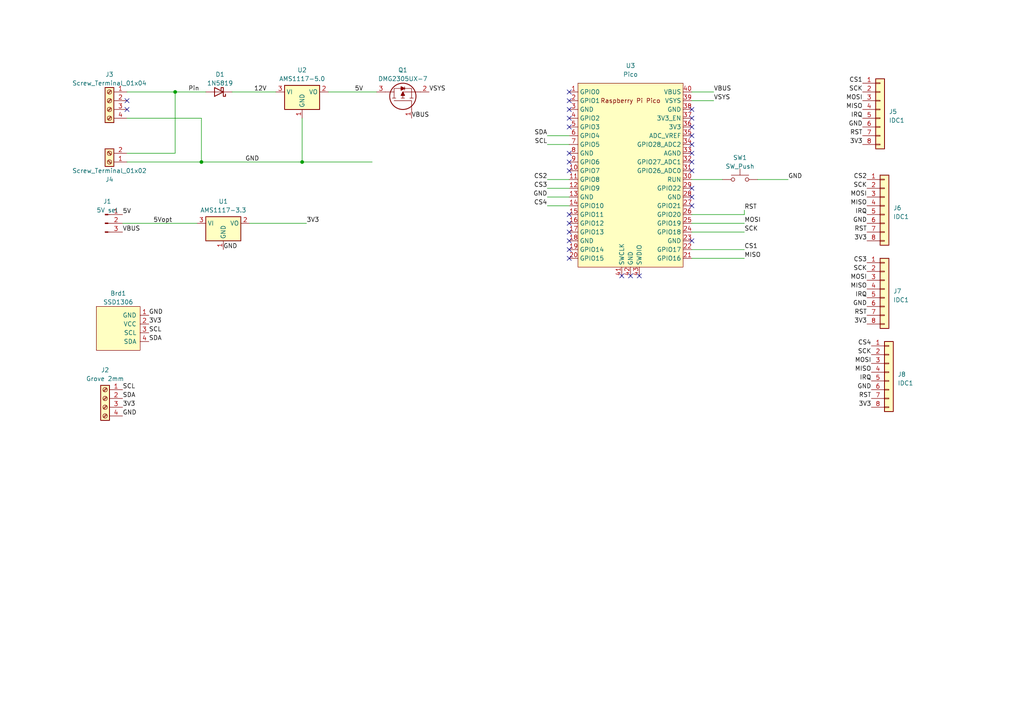
<source format=kicad_sch>
(kicad_sch (version 20230121) (generator eeschema)
  (paper "A4")
  (title_block (title "Pico Rfd 522 ") (date "2025-09-07") (rev "1."))
  (lib_symbols
    (symbol "Connector:Conn_01x03_Pin" (pin_names (offset 1.016) hide)
      (property "Reference" "J" (at 0 5.08 0))
      (property "Value" "Conn_01x03_Pin" (at 0 -5.08 0))
      (symbol "Conn_01x03_Pin_1_1"
        (polyline (pts (xy 1.27 -2.54) (xy 0.8636 -2.54)) (stroke (width 0.1524)))
        (polyline (pts (xy 1.27 0) (xy 0.8636 0)) (stroke (width 0.1524)))
        (polyline (pts (xy 1.27 2.54) (xy 0.8636 2.54)) (stroke (width 0.1524)))
        (rectangle (start 0.8636 -2.413) (end 0 -2.667) (stroke (width 0.1524)) (fill (type outline)))
        (rectangle (start 0.8636 0.127) (end 0 -0.127) (stroke (width 0.1524)) (fill (type outline)))
        (rectangle (start 0.8636 2.667) (end 0 2.413) (stroke (width 0.1524)) (fill (type outline)))
        (pin passive line (at 5.08 2.54 180) (length 3.81) (name "Pin_1") (number "1"))
        (pin passive line (at 5.08 0 180) (length 3.81) (name "Pin_2") (number "2"))
        (pin passive line (at 5.08 -2.54 180) (length 3.81) (name "Pin_3") (number "3"))
      )
    )
    (symbol "Connector:Screw_Terminal_01x02" (pin_names (offset 1.016) hide)
      (property "Reference" "J" (at 0 2.54 0))
      (property "Value" "Screw_Terminal_01x02" (at 0 -5.08 0))
      (symbol "Screw_Terminal_01x02_1_1"
        (rectangle (start -1.27 1.27) (end 1.27 -3.81) (stroke (width 0.254)) (fill (type background)))
        (circle (center 0 -2.54) (radius 0.635) (stroke (width 0.1524)))
        (polyline (pts (xy -0.5334 -2.2098) (xy 0.3302 -3.048)) (stroke (width 0.1524)))
        (polyline (pts (xy -0.5334 0.3302) (xy 0.3302 -0.508)) (stroke (width 0.1524)))
        (polyline (pts (xy -0.3556 -2.032) (xy 0.508 -2.8702)) (stroke (width 0.1524)))
        (polyline (pts (xy -0.3556 0.508) (xy 0.508 -0.3302)) (stroke (width 0.1524)))
        (circle (center 0 0) (radius 0.635) (stroke (width 0.1524)))
        (pin passive line (at -5.08 0 0) (length 3.81) (name "Pin_1") (number "1"))
        (pin passive line (at -5.08 -2.54 0) (length 3.81) (name "Pin_2") (number "2"))
      )
    )
    (symbol "Connector:Screw_Terminal_01x04" (pin_names (offset 1.016) hide)
      (property "Reference" "J" (at 0 5.08 0))
      (property "Value" "Screw_Terminal_01x04" (at 0 -7.62 0))
      (symbol "Screw_Terminal_01x04_1_1"
        (rectangle (start -1.27 3.81) (end 1.27 -6.35) (stroke (width 0.254)) (fill (type background)))
        (circle (center 0 -5.08) (radius 0.635) (stroke (width 0.1524)))
        (circle (center 0 -2.54) (radius 0.635) (stroke (width 0.1524)))
        (polyline (pts (xy -0.5334 -4.7498) (xy 0.3302 -5.588)) (stroke (width 0.1524)))
        (polyline (pts (xy -0.5334 -2.2098) (xy 0.3302 -3.048)) (stroke (width 0.1524)))
        (polyline (pts (xy -0.5334 0.3302) (xy 0.3302 -0.508)) (stroke (width 0.1524)))
        (polyline (pts (xy -0.5334 2.8702) (xy 0.3302 2.032)) (stroke (width 0.1524)))
        (polyline (pts (xy -0.3556 -4.572) (xy 0.508 -5.4102)) (stroke (width 0.1524)))
        (polyline (pts (xy -0.3556 -2.032) (xy 0.508 -2.8702)) (stroke (width 0.1524)))
        (polyline (pts (xy -0.3556 0.508) (xy 0.508 -0.3302)) (stroke (width 0.1524)))
        (polyline (pts (xy -0.3556 3.048) (xy 0.508 2.2098)) (stroke (width 0.1524)))
        (circle (center 0 0) (radius 0.635) (stroke (width 0.1524)))
        (circle (center 0 2.54) (radius 0.635) (stroke (width 0.1524)))
        (pin passive line (at -5.08 2.54 0) (length 3.81) (name "Pin_1") (number "1"))
        (pin passive line (at -5.08 0 0) (length 3.81) (name "Pin_2") (number "2"))
        (pin passive line (at -5.08 -2.54 0) (length 3.81) (name "Pin_3") (number "3"))
        (pin passive line (at -5.08 -5.08 0) (length 3.81) (name "Pin_4") (number "4"))
      )
    )
    (symbol "Connector_Generic:Conn_01x08" (pin_names (offset 1.016) hide)
      (property "Reference" "J" (at 0 10.16 0))
      (property "Value" "Conn_01x08" (at 0 -12.7 0))
      (symbol "Conn_01x08_1_1"
        (rectangle (start -1.27 -10.033) (end 0 -10.287) (stroke (width 0.1524)))
        (rectangle (start -1.27 -7.493) (end 0 -7.747) (stroke (width 0.1524)))
        (rectangle (start -1.27 -4.953) (end 0 -5.207) (stroke (width 0.1524)))
        (rectangle (start -1.27 -2.413) (end 0 -2.667) (stroke (width 0.1524)))
        (rectangle (start -1.27 0.127) (end 0 -0.127) (stroke (width 0.1524)))
        (rectangle (start -1.27 2.667) (end 0 2.413) (stroke (width 0.1524)))
        (rectangle (start -1.27 5.207) (end 0 4.953) (stroke (width 0.1524)))
        (rectangle (start -1.27 7.747) (end 0 7.493) (stroke (width 0.1524)))
        (rectangle (start -1.27 8.89) (end 1.27 -11.43) (stroke (width 0.254)) (fill (type background)))
        (pin passive line (at -5.08 7.62 0) (length 3.81) (name "Pin_1") (number "1"))
        (pin passive line (at -5.08 5.08 0) (length 3.81) (name "Pin_2") (number "2"))
        (pin passive line (at -5.08 2.54 0) (length 3.81) (name "Pin_3") (number "3"))
        (pin passive line (at -5.08 0 0) (length 3.81) (name "Pin_4") (number "4"))
        (pin passive line (at -5.08 -2.54 0) (length 3.81) (name "Pin_5") (number "5"))
        (pin passive line (at -5.08 -5.08 0) (length 3.81) (name "Pin_6") (number "6"))
        (pin passive line (at -5.08 -7.62 0) (length 3.81) (name "Pin_7") (number "7"))
        (pin passive line (at -5.08 -10.16 0) (length 3.81) (name "Pin_8") (number "8"))
      )
    )
    (symbol "DMG2305UX-7:DMG2305UX-7" (pin_names (offset 0.762))
      (property "Reference" "Q" (at 11.43 3.81 0))
      (property "Value" "DMG2305UX-7" (at 11.43 1.27 0))
      (symbol "DMG2305UX-7_0_0"
        (pin passive line (at 0 0 0) (length 2.54) (name "~") (number "1"))
        (pin passive line (at 7.62 -5.08 90) (length 2.54) (name "~") (number "2"))
        (pin passive line (at 7.62 10.16 270) (length 2.54) (name "~") (number "3"))
      )
      (symbol "DMG2305UX-7_0_1"
        (polyline (pts (xy 5.842 -0.508) (xy 5.842 0.508)) (stroke (width 0.1524)))
        (polyline (pts (xy 5.842 0) (xy 7.62 0)) (stroke (width 0.1524)))
        (polyline (pts (xy 5.842 2.032) (xy 5.842 3.048)) (stroke (width 0.1524)))
        (polyline (pts (xy 5.842 5.588) (xy 5.842 4.572)) (stroke (width 0.1524)))
        (polyline (pts (xy 7.62 2.54) (xy 5.842 2.54)) (stroke (width 0.1524)))
        (polyline (pts (xy 7.62 2.54) (xy 7.62 -2.54)) (stroke (width 0.1524)))
        (polyline (pts (xy 7.62 5.08) (xy 5.842 5.08)) (stroke (width 0.1524)))
        (polyline (pts (xy 7.62 5.08) (xy 7.62 7.62)) (stroke (width 0.1524)))
        (polyline (pts (xy 8.128 2.032) (xy 9.144 2.032)) (stroke (width 0.1524)))
        (polyline (pts (xy 2.54 0) (xy 5.08 0) (xy 5.08 5.08)) (stroke (width 0.1524)))
        (polyline (pts (xy 8.636 2.032) (xy 8.636 0) (xy 7.62 0)) (stroke (width 0.1524)))
        (polyline (pts (xy 8.636 3.048) (xy 8.636 5.08) (xy 7.62 5.08)) (stroke (width 0.1524)))
        (polyline (pts (xy 7.62 2.54) (xy 6.604 3.048) (xy 6.604 2.032) (xy 7.62 2.54)) (stroke (width 0.254)) (fill (type outline)))
        (polyline (pts (xy 8.636 2.032) (xy 8.128 3.048) (xy 9.144 3.048) (xy 8.636 2.032)) (stroke (width 0.254)) (fill (type outline)))
        (circle (center 6.35 2.54) (radius 3.81) (stroke (width 0.254)))
      )
    )
    (symbol "Diode:1N5819" (pin_numbers hide) (pin_names (offset 1.016) hide)
      (property "Reference" "D" (at 0 2.54 0))
      (property "Value" "1N5819" (at 0 -2.54 0))
      (symbol "1N5819_0_1"
        (polyline (pts (xy 1.27 0) (xy -1.27 0)))
        (polyline (pts (xy 1.27 1.27) (xy 1.27 -1.27) (xy -1.27 0) (xy 1.27 1.27)) (stroke (width 0.254)))
        (polyline (pts (xy -1.905 0.635) (xy -1.905 1.27) (xy -1.27 1.27) (xy -1.27 -1.27) (xy -0.635 -1.27) (xy -0.635 -0.635)) (stroke (width 0.254)))
      )
      (symbol "1N5819_1_1"
        (pin passive line (at -3.81 0 0) (length 2.54) (name "K") (number "1"))
        (pin passive line (at 3.81 0 180) (length 2.54) (name "A") (number "2"))
      )
    )
    (symbol "Kicad-RP-Pico:Pico"
      (property "Reference" "U" (at -13.97 27.94 0))
      (property "Value" "Pico" (at 0 19.05 0))
      (symbol "Pico_0_0"
        (text "Raspberry Pi Pico" (at 0 21.59 0) (effects (font (size 1.27 1.27))))
      )
      (symbol "Pico_0_1"
        (rectangle (start -15.24 26.67) (end 15.24 -26.67) (fill (type background)))
      )
      (symbol "Pico_1_1"
        (pin bidirectional line (at -17.78 24.13 0) (length 2.54) (name "GPIO0") (number "1"))
        (pin bidirectional line (at -17.78 1.27 0) (length 2.54) (name "GPIO7") (number "10"))
        (pin bidirectional line (at -17.78 -1.27 0) (length 2.54) (name "GPIO8") (number "11"))
        (pin bidirectional line (at -17.78 -3.81 0) (length 2.54) (name "GPIO9") (number "12"))
        (pin power_in line (at -17.78 -6.35 0) (length 2.54) (name "GND") (number "13"))
        (pin bidirectional line (at -17.78 -8.89 0) (length 2.54) (name "GPIO10") (number "14"))
        (pin bidirectional line (at -17.78 -11.43 0) (length 2.54) (name "GPIO11") (number "15"))
        (pin bidirectional line (at -17.78 -13.97 0) (length 2.54) (name "GPIO12") (number "16"))
        (pin bidirectional line (at -17.78 -16.51 0) (length 2.54) (name "GPIO13") (number "17"))
        (pin power_in line (at -17.78 -19.05 0) (length 2.54) (name "GND") (number "18"))
        (pin bidirectional line (at -17.78 -21.59 0) (length 2.54) (name "GPIO14") (number "19"))
        (pin bidirectional line (at -17.78 21.59 0) (length 2.54) (name "GPIO1") (number "2"))
        (pin bidirectional line (at -17.78 -24.13 0) (length 2.54) (name "GPIO15") (number "20"))
        (pin bidirectional line (at 17.78 -24.13 180) (length 2.54) (name "GPIO16") (number "21"))
        (pin bidirectional line (at 17.78 -21.59 180) (length 2.54) (name "GPIO17") (number "22"))
        (pin power_in line (at 17.78 -19.05 180) (length 2.54) (name "GND") (number "23"))
        (pin bidirectional line (at 17.78 -16.51 180) (length 2.54) (name "GPIO18") (number "24"))
        (pin bidirectional line (at 17.78 -13.97 180) (length 2.54) (name "GPIO19") (number "25"))
        (pin bidirectional line (at 17.78 -11.43 180) (length 2.54) (name "GPIO20") (number "26"))
        (pin bidirectional line (at 17.78 -8.89 180) (length 2.54) (name "GPIO21") (number "27"))
        (pin power_in line (at 17.78 -6.35 180) (length 2.54) (name "GND") (number "28"))
        (pin bidirectional line (at 17.78 -3.81 180) (length 2.54) (name "GPIO22") (number "29"))
        (pin power_in line (at -17.78 19.05 0) (length 2.54) (name "GND") (number "3"))
        (pin input line (at 17.78 -1.27 180) (length 2.54) (name "RUN") (number "30"))
        (pin bidirectional line (at 17.78 1.27 180) (length 2.54) (name "GPIO26_ADC0") (number "31"))
        (pin bidirectional line (at 17.78 3.81 180) (length 2.54) (name "GPIO27_ADC1") (number "32"))
        (pin power_in line (at 17.78 6.35 180) (length 2.54) (name "AGND") (number "33"))
        (pin bidirectional line (at 17.78 8.89 180) (length 2.54) (name "GPIO28_ADC2") (number "34"))
        (pin power_in line (at 17.78 11.43 180) (length 2.54) (name "ADC_VREF") (number "35"))
        (pin power_in line (at 17.78 13.97 180) (length 2.54) (name "3V3") (number "36"))
        (pin input line (at 17.78 16.51 180) (length 2.54) (name "3V3_EN") (number "37"))
        (pin bidirectional line (at 17.78 19.05 180) (length 2.54) (name "GND") (number "38"))
        (pin power_in line (at 17.78 21.59 180) (length 2.54) (name "VSYS") (number "39"))
        (pin bidirectional line (at -17.78 16.51 0) (length 2.54) (name "GPIO2") (number "4"))
        (pin power_in line (at 17.78 24.13 180) (length 2.54) (name "VBUS") (number "40"))
        (pin input line (at -2.54 -29.21 90) (length 2.54) (name "SWCLK") (number "41"))
        (pin power_in line (at 0 -29.21 90) (length 2.54) (name "GND") (number "42"))
        (pin bidirectional line (at 2.54 -29.21 90) (length 2.54) (name "SWDIO") (number "43"))
        (pin bidirectional line (at -17.78 13.97 0) (length 2.54) (name "GPIO3") (number "5"))
        (pin bidirectional line (at -17.78 11.43 0) (length 2.54) (name "GPIO4") (number "6"))
        (pin bidirectional line (at -17.78 8.89 0) (length 2.54) (name "GPIO5") (number "7"))
        (pin power_in line (at -17.78 6.35 0) (length 2.54) (name "GND") (number "8"))
        (pin bidirectional line (at -17.78 3.81 0) (length 2.54) (name "GPIO6") (number "9"))
      )
    )
    (symbol "Regulator_Linear:AMS1117-3.3"
      (property "Reference" "U" (at -3.81 3.175 0))
      (property "Value" "AMS1117-3.3" (at 0 3.175 0))
      (symbol "AMS1117-3.3_0_1"
        (rectangle (start -5.08 -5.08) (end 5.08 1.905) (stroke (width 0.254)) (fill (type background)))
      )
      (symbol "AMS1117-3.3_1_1"
        (pin power_in line (at 0 -7.62 90) (length 2.54) (name "GND") (number "1"))
        (pin power_out line (at 7.62 0 180) (length 2.54) (name "VO") (number "2"))
        (pin power_in line (at -7.62 0 0) (length 2.54) (name "VI") (number "3"))
      )
    )
    (symbol "Regulator_Linear:AMS1117-5.0"
      (property "Reference" "U" (at -3.81 3.175 0))
      (property "Value" "AMS1117-5.0" (at 0 3.175 0))
      (symbol "AMS1117-5.0_0_1"
        (rectangle (start -5.08 -5.08) (end 5.08 1.905) (stroke (width 0.254)) (fill (type background)))
      )
      (symbol "AMS1117-5.0_1_1"
        (pin power_in line (at 0 -7.62 90) (length 2.54) (name "GND") (number "1"))
        (pin power_out line (at 7.62 0 180) (length 2.54) (name "VO") (number "2"))
        (pin power_in line (at -7.62 0 0) (length 2.54) (name "VI") (number "3"))
      )
    )
    (symbol "SSD1306:SSD1306" (pin_names (offset 1.016))
      (property "Reference" "Brd" (at 0 -3.81 0))
      (property "Value" "SSD1306" (at 0 -1.27 0))
      (symbol "SSD1306_0_1"
        (rectangle (start -6.35 6.35) (end 6.35 -6.35) (fill (type background)))
      )
      (symbol "SSD1306_1_1"
        (pin input line (at -3.81 8.89 270) (length 2.54) (name "GND") (number "1"))
        (pin input line (at -1.27 8.89 270) (length 2.54) (name "VCC") (number "2"))
        (pin input line (at 1.27 8.89 270) (length 2.54) (name "SCL") (number "3"))
        (pin input line (at 3.81 8.89 270) (length 2.54) (name "SDA") (number "4"))
      )
    )
    (symbol "Switch:SW_Push" (pin_numbers hide) (pin_names (offset 1.016) hide)
      (property "Reference" "SW" (at 1.27 2.54 0))
      (property "Value" "SW_Push" (at 0 -1.524 0))
      (symbol "SW_Push_0_1"
        (circle (center -2.032 0) (radius 0.508))
        (polyline (pts (xy 0 1.27) (xy 0 3.048)))
        (polyline (pts (xy 2.54 1.27) (xy -2.54 1.27)))
        (circle (center 2.032 0) (radius 0.508))
        (pin passive line (at -5.08 0 0) (length 2.54) (name "1") (number "1"))
        (pin passive line (at 5.08 0 180) (length 2.54) (name "2") (number "2"))
      )
    )
  )
  (junction (at 58.42 46.99))
  (junction (at 50.8 26.67))
  (junction (at 87.63 46.99))
  (no_connect (at 182.88 80.01))
  (no_connect (at 200.66 46.99))
  (no_connect (at 165.1 44.45))
  (no_connect (at 200.66 36.83))
  (no_connect (at 165.1 31.75))
  (no_connect (at 165.1 74.93))
  (no_connect (at 200.66 34.29))
  (no_connect (at 180.34 80.01))
  (no_connect (at 200.66 31.75))
  (no_connect (at 165.1 49.53))
  (no_connect (at 36.83 29.21))
  (no_connect (at 165.1 64.77))
  (no_connect (at 165.1 36.83))
  (no_connect (at 200.66 57.15))
  (no_connect (at 200.66 44.45))
  (no_connect (at 200.66 69.85))
  (no_connect (at 200.66 49.53))
  (no_connect (at 165.1 46.99))
  (no_connect (at 200.66 59.69))
  (no_connect (at 200.66 41.91))
  (no_connect (at 165.1 62.23))
  (no_connect (at 165.1 69.85))
  (no_connect (at 165.1 29.21))
  (no_connect (at 36.83 31.75))
  (no_connect (at 165.1 67.31))
  (no_connect (at 185.42 80.01))
  (no_connect (at 200.66 39.37))
  (no_connect (at 165.1 72.39))
  (no_connect (at 165.1 34.29))
  (no_connect (at 200.66 54.61))
  (no_connect (at 165.1 26.67))
  (wire (pts (xy 36.83 46.99) (xy 58.42 46.99)))
  (wire (pts (xy 50.8 26.67) (xy 59.69 26.67)))
  (wire (pts (xy 200.66 67.31) (xy 215.9 67.31)))
  (wire (pts (xy 158.75 54.61) (xy 165.1 54.61)))
  (wire (pts (xy 95.25 26.67) (xy 109.22 26.67)))
  (wire (pts (xy 228.6 52.07) (xy 219.71 52.07)))
  (wire (pts (xy 200.66 26.67) (xy 207.01 26.67)))
  (wire (pts (xy 87.63 34.29) (xy 87.63 46.99)))
  (wire (pts (xy 58.42 34.29) (xy 58.42 46.99)))
  (wire (pts (xy 36.83 34.29) (xy 58.42 34.29)))
  (wire (pts (xy 36.83 44.45) (xy 50.8 44.45)))
  (wire (pts (xy 35.56 64.77) (xy 57.15 64.77)))
  (wire (pts (xy 72.39 64.77) (xy 88.9 64.77)))
  (wire (pts (xy 215.9 60.96) (xy 215.9 62.23)))
  (wire (pts (xy 200.66 64.77) (xy 215.9 64.77)))
  (wire (pts (xy 158.75 39.37) (xy 165.1 39.37)))
  (wire (pts (xy 158.75 57.15) (xy 165.1 57.15)))
  (wire (pts (xy 209.55 52.07) (xy 200.66 52.07)))
  (wire (pts (xy 158.75 52.07) (xy 165.1 52.07)))
  (wire (pts (xy 158.75 41.91) (xy 165.1 41.91)))
  (wire (pts (xy 200.66 29.21) (xy 207.01 29.21)))
  (wire (pts (xy 200.66 72.39) (xy 215.9 72.39)))
  (wire (pts (xy 158.75 59.69) (xy 165.1 59.69)))
  (wire (pts (xy 58.42 46.99) (xy 87.63 46.99)))
  (wire (pts (xy 36.83 26.67) (xy 50.8 26.67)))
  (wire (pts (xy 50.8 44.45) (xy 50.8 26.67)))
  (wire (pts (xy 200.66 74.93) (xy 215.9 74.93)))
  (wire (pts (xy 200.66 62.23) (xy 215.9 62.23)))
  (wire (pts (xy 67.31 26.67) (xy 80.01 26.67)))
  (wire (pts (xy 87.63 46.99) (xy 107.95 46.99)))
  (label "12V" (at 73.66 26.67 0))
  (label "SDA" (at 35.56 115.57 0))
  (label "VBUS" (at 207.01 26.67 0))
  (label "SCK" (at 215.9 67.31 0))
  (label "GND" (at 251.46 64.77 180))
  (label "MOSI" (at 251.46 81.28 180))
  (label "SCL" (at 35.56 113.03 0))
  (label "MISO" (at 250.19 31.75 180))
  (label "3V3" (at 43.18 93.98 0))
  (label "SCK" (at 251.46 54.61 180))
  (label "IRQ" (at 252.73 110.49 180))
  (label "CS3" (at 251.46 76.2 180))
  (label "RST" (at 215.9 60.96 0))
  (label "GND" (at 228.6 52.07 0))
  (label "CS4" (at 158.75 59.69 180))
  (label "RST" (at 250.19 39.37 180))
  (label "SCK" (at 251.46 78.74 180))
  (label "GND" (at 64.77 72.39 0))
  (label "VBUS" (at 35.56 67.31 0))
  (label "VSYS" (at 124.46 26.67 0))
  (label "CS4" (at 252.73 100.33 180))
  (label "SCL" (at 43.18 96.52 0))
  (label "VSYS" (at 207.01 29.21 0))
  (label "3V3" (at 252.73 118.11 180))
  (label "MOSI" (at 250.19 29.21 180))
  (label "5Vopt" (at 44.45 64.77 0))
  (label "Pin" (at 54.61 26.67 0))
  (label "3V3" (at 35.56 118.11 0))
  (label "SDA" (at 43.18 99.06 0))
  (label "MOSI" (at 215.9 64.77 0))
  (label "MISO" (at 252.73 107.95 180))
  (label "CS2" (at 251.46 52.07 180))
  (label "3V3" (at 88.9 64.77 0))
  (label "GND" (at 158.75 57.15 180))
  (label "3V3" (at 250.19 41.91 180))
  (label "VBUS" (at 119.38 34.29 0))
  (label "MISO" (at 251.46 59.69 180))
  (label "RST" (at 252.73 115.57 180))
  (label "CS1" (at 215.9 72.39 0))
  (label "RST" (at 251.46 67.31 180))
  (label "GND" (at 250.19 36.83 180))
  (label "GND" (at 251.46 88.9 180))
  (label "3V3" (at 251.46 69.85 180))
  (label "RST" (at 251.46 91.44 180))
  (label "CS1" (at 250.19 24.13 180))
  (label "GND" (at 43.18 91.44 0))
  (label "MISO" (at 215.9 74.93 0))
  (label "IRQ" (at 251.46 62.23 180))
  (label "CS3" (at 158.75 54.61 180))
  (label "SDA" (at 158.75 39.37 180))
  (label "SCL" (at 158.75 41.91 180))
  (label "5V" (at 102.87 26.67 0))
  (label "IRQ" (at 250.19 34.29 180))
  (label "CS2" (at 158.75 52.07 180))
  (label "MOSI" (at 252.73 105.41 180))
  (label "MISO" (at 251.46 83.82 180))
  (label "5V" (at 35.56 62.23 0))
  (label "GND" (at 252.73 113.03 180))
  (label "SCK" (at 250.19 26.67 180))
  (label "IRQ" (at 251.46 86.36 180))
  (label "SCK" (at 252.73 102.87 180))
  (label "GND" (at 35.56 120.65 0))
  (label "MOSI" (at 251.46 57.15 180))
  (label "3V3" (at 251.46 93.98 180))
  (label "GND" (at 71.12 46.99 0))
  (symbol (lib_id "Connector:Conn_01x03_Pin") (at 30.48 64.77 0) (unit 1)
    (property "Reference" "J1" (at 31.115 58.42 0))
    (property "Value" "5V sel" (at 31.115 60.96 0))
    (property "Footprint" "Connector_PinHeader_2.54mm:PinHeader_1x03_P2.54mm_Vertical" (effects hide))
  )
  (symbol (lib_id "Connector:Screw_Terminal_01x04") (at 31.75 29.21 0) (mirror y) (unit 1)
    (property "Reference" "J3" (at 31.75 21.59 0))
    (property "Value" "Screw_Terminal_01x04" (at 31.75 24.13 0))
    (property "Footprint" "TerminalBlock_Phoenix:TerminalBlock_Phoenix_PT-1,5-4-3.5-H_1x04_P3.50mm_Horizontal" (effects hide))
  )
  (symbol (lib_id "Connector_Generic:Conn_01x08") (at 256.54 83.82 0) (unit 1)
    (property "Reference" "J7" (at 259.08 84.455 0) (effects (justify left)))
    (property "Value" "IDC1" (at 259.08 86.995 0) (effects (justify left)))
    (property "Footprint" "Connector_IDC:IDC-Header_2x04_P2.54mm_Vertical" (effects hide))
  )
  (symbol (lib_id "DMG2305UX-7:DMG2305UX-7") (at 119.38 34.29 90) (unit 1)
    (property "Reference" "Q1" (at 116.84 20.32 90))
    (property "Value" "DMG2305UX-7" (at 116.84 22.86 90))
    (property "Footprint" "DMG2305UX-7:SOT96P240X110-3N" (effects hide))
    (property "Datasheet" "https://www.diodes.com/assets/Datasheets/DMG2305UX.pdf" (effects hide))
    (property "Description" "MOSFET P-Ch 20V 5A Enhancement SOT23 Diodes Inc DMG2305UX-7 P-channel MOSFET Transistor, -3.3 A, -20 V, 3-Pin SOT-23" (effects hide))
    (property "Height" "1.1" (effects hide))
    (property "Mouser Part Number" "621-DMG2305UX-7" (effects hide))
    (property "Mouser Price/Stock" "https://www.mouser.co.uk/ProductDetail/Diodes-Incorporated/DMG2305UX-7?qs=L1DZKBg7t5F%2FNBHrjfxC%252Bg%3D%3D" (effects hide))
    (property "Manufacturer_Name" "Diodes Inc." (effects hide))
    (property "Manufacturer_Part_Number" "DMG2305UX-7" (effects hide))
  )
  (symbol (lib_id "Kicad-RP-Pico:Pico") (at 182.88 50.8 0) (unit 1)
    (property "Reference" "U3" (at 182.88 19.05 0))
    (property "Value" "Pico" (at 182.88 21.59 0))
    (property "Footprint" "Kicad-RP-Pico:RPi_Pico_SMD_TH" (effects hide))
  )
  (symbol (lib_id "Switch:SW_Push") (at 214.63 52.07 0) (mirror y) (unit 1)
    (property "Reference" "SW1" (at 214.63 45.72 0))
    (property "Value" "SW_Push" (at 214.63 48.26 0))
    (property "Footprint" "Button_Switch_SMD:SW_Tactile_SPST_NO_Straight_CK_PTS636Sx25SMTRLFS" (effects hide))
  )
  (symbol (lib_id "Diode:1N5819") (at 63.5 26.67 180) (unit 1)
    (property "Reference" "D1" (at 63.8175 21.59 0))
    (property "Value" "1N5819" (at 63.8175 24.13 0))
    (property "Footprint" "Diode_THT:D_DO-41_SOD81_P10.16mm_Horizontal" (effects hide))
    (property "Datasheet" "http://www.vishay.com/docs/88525/1n5817.pdf" (effects hide))
  )
  (symbol (lib_id "SSD1306:SSD1306") (at 34.29 95.25 270) (unit 1)
    (property "Reference" "Brd1" (at 34.29 85.09 90))
    (property "Value" "SSD1306" (at 34.29 87.63 90))
    (property "Footprint" "SSD1306:128x64OLED" (effects hide))
  )
  (symbol (lib_id "Connector_Generic:Conn_01x08") (at 255.27 31.75 0) (unit 1)
    (property "Reference" "J5" (at 257.81 32.385 0) (effects (justify left)))
    (property "Value" "IDC1" (at 257.81 34.925 0) (effects (justify left)))
    (property "Footprint" "Connector_IDC:IDC-Header_2x04_P2.54mm_Vertical" (effects hide))
  )
  (symbol (lib_id "Connector:Screw_Terminal_01x02") (at 31.75 46.99 180) (unit 1)
    (property "Reference" "J4" (at 31.75 52.07 0))
    (property "Value" "Screw_Terminal_01x02" (at 31.75 49.53 0))
    (property "Footprint" "TerminalBlock_Phoenix:TerminalBlock_Phoenix_PT-1,5-2-3.5-H_1x02_P3.50mm_Horizontal" (effects hide))
  )
  (symbol (lib_id "Regulator_Linear:AMS1117-5.0") (at 87.63 26.67 0) (unit 1)
    (property "Reference" "U2" (at 87.63 20.32 0))
    (property "Value" "AMS1117-5.0" (at 87.63 22.86 0))
    (property "Footprint" "Package_TO_SOT_SMD:SOT-223-3_TabPin2" (effects hide))
    (property "Datasheet" "http://www.advanced-monolithic.com/pdf/ds1117.pdf" (effects hide))
  )
  (symbol (lib_id "Connector:Screw_Terminal_01x04") (at 30.48 115.57 0) (mirror y) (unit 1)
    (property "Reference" "J2" (at 30.48 107.315 0))
    (property "Value" "Grove 2mm" (at 30.48 109.855 0))
    (property "Footprint" "OPL_Connector:HW4-2.0" (effects hide))
  )
  (symbol (lib_id "Connector_Generic:Conn_01x08") (at 256.54 59.69 0) (unit 1)
    (property "Reference" "J6" (at 259.08 60.325 0) (effects (justify left)))
    (property "Value" "IDC1" (at 259.08 62.865 0) (effects (justify left)))
    (property "Footprint" "Connector_IDC:IDC-Header_2x04_P2.54mm_Vertical" (effects hide))
  )
  (symbol (lib_id "Regulator_Linear:AMS1117-3.3") (at 64.77 64.77 0) (unit 1)
    (property "Reference" "U1" (at 64.77 58.42 0))
    (property "Value" "AMS1117-3.3" (at 64.77 60.96 0))
    (property "Footprint" "Package_TO_SOT_SMD:SOT-223-3_TabPin2" (effects hide))
    (property "Datasheet" "http://www.advanced-monolithic.com/pdf/ds1117.pdf" (effects hide))
  )
  (symbol (lib_id "Connector_Generic:Conn_01x08") (at 257.81 107.95 0) (unit 1)
    (property "Reference" "J8" (at 260.35 108.585 0) (effects (justify left)))
    (property "Value" "IDC1" (at 260.35 111.125 0) (effects (justify left)))
    (property "Footprint" "Connector_IDC:IDC-Header_2x04_P2.54mm_Vertical" (effects hide))
  )
)
</source>
